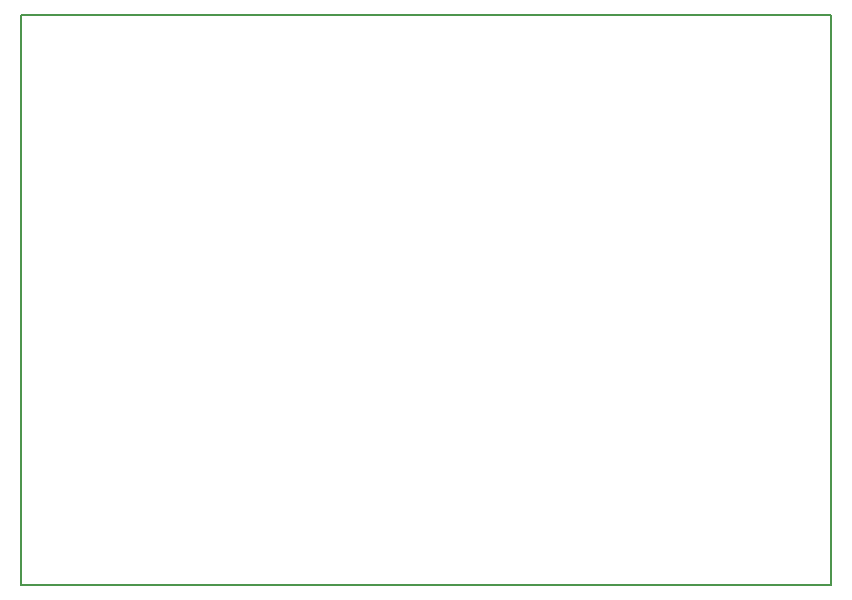
<source format=gbr>
G04 #@! TF.GenerationSoftware,KiCad,Pcbnew,5.0.2*
G04 #@! TF.CreationDate,2019-03-04T19:39:24-06:00*
G04 #@! TF.ProjectId,gate board,67617465-2062-46f6-9172-642e6b696361,rev?*
G04 #@! TF.SameCoordinates,Original*
G04 #@! TF.FileFunction,Profile,NP*
%FSLAX46Y46*%
G04 Gerber Fmt 4.6, Leading zero omitted, Abs format (unit mm)*
G04 Created by KiCad (PCBNEW 5.0.2) date Mon 04 Mar 2019 19:39:24 CST*
%MOMM*%
%LPD*%
G01*
G04 APERTURE LIST*
%ADD10C,0.150000*%
G04 APERTURE END LIST*
D10*
X16510000Y-60960000D02*
X16510000Y-12700000D01*
X85090000Y-60960000D02*
X16510000Y-60960000D01*
X85090000Y-12700000D02*
X85090000Y-60960000D01*
X16510000Y-12700000D02*
X85090000Y-12700000D01*
M02*

</source>
